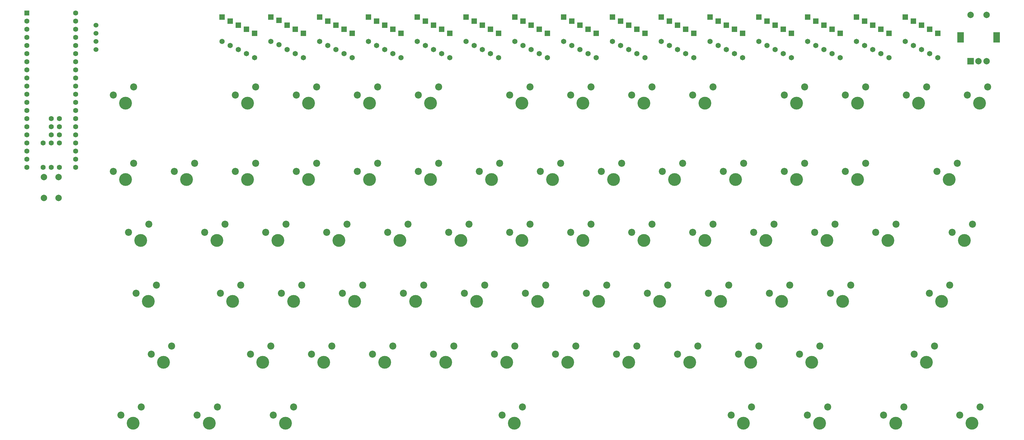
<source format=gbr>
%TF.GenerationSoftware,KiCad,Pcbnew,(5.1.7)-1*%
%TF.CreationDate,2020-12-17T15:48:16-08:00*%
%TF.ProjectId,memers and dreamers - Copy,6d656d65-7273-4206-916e-642064726561,rev?*%
%TF.SameCoordinates,Original*%
%TF.FileFunction,Soldermask,Top*%
%TF.FilePolarity,Negative*%
%FSLAX46Y46*%
G04 Gerber Fmt 4.6, Leading zero omitted, Abs format (unit mm)*
G04 Created by KiCad (PCBNEW (5.1.7)-1) date 2020-12-17 15:48:16*
%MOMM*%
%LPD*%
G01*
G04 APERTURE LIST*
%ADD10C,4.000000*%
%ADD11C,2.200000*%
%ADD12C,2.000000*%
%ADD13C,1.600000*%
%ADD14R,1.600000X1.600000*%
%ADD15C,1.651000*%
%ADD16R,1.651000X1.651000*%
%ADD17R,2.000000X3.200000*%
%ADD18R,2.000000X2.000000*%
%ADD19C,1.524000*%
G04 APERTURE END LIST*
D10*
%TO.C,SW73*%
X241173000Y-162560000D03*
D11*
X237363000Y-160020000D03*
X243713000Y-157480000D03*
%TD*%
D10*
%TO.C,SW75*%
X288798000Y-162560000D03*
D11*
X284988000Y-160020000D03*
X291338000Y-157480000D03*
%TD*%
D10*
%TO.C,SW74*%
X264986000Y-162560000D03*
D11*
X261176000Y-160020000D03*
X267526000Y-157480000D03*
%TD*%
D10*
%TO.C,SW72*%
X217360000Y-162560000D03*
D11*
X213550000Y-160020000D03*
X219900000Y-157480000D03*
%TD*%
D10*
%TO.C,SW57*%
X67310000Y-143510000D03*
D11*
X63500000Y-140970000D03*
X69850000Y-138430000D03*
%TD*%
%TO.C,SW58*%
X88900000Y-138430000D03*
X82550000Y-140970000D03*
D10*
X86360000Y-143510000D03*
%TD*%
D11*
%TO.C,SW59*%
X107950000Y-138430000D03*
X101600000Y-140970000D03*
D10*
X105410000Y-143510000D03*
%TD*%
D11*
%TO.C,SW56*%
X38862000Y-138430000D03*
X32512000Y-140970000D03*
D10*
X36322000Y-143510000D03*
%TD*%
%TO.C,SW66*%
X238760000Y-143510000D03*
D11*
X234950000Y-140970000D03*
X241300000Y-138430000D03*
%TD*%
D10*
%TO.C,SW60*%
X124460000Y-143510000D03*
D11*
X120650000Y-140970000D03*
X127000000Y-138430000D03*
%TD*%
D10*
%TO.C,SW69*%
X50609500Y-162560000D03*
D11*
X46799500Y-160020000D03*
X53149500Y-157480000D03*
%TD*%
%TO.C,SW64*%
X203200000Y-138430000D03*
X196850000Y-140970000D03*
D10*
X200660000Y-143510000D03*
%TD*%
D11*
%TO.C,SW70*%
X76962000Y-157480000D03*
X70612000Y-160020000D03*
D10*
X74422000Y-162560000D03*
%TD*%
D11*
%TO.C,SW68*%
X29337000Y-157480000D03*
X22987000Y-160020000D03*
D10*
X26797000Y-162560000D03*
%TD*%
D11*
%TO.C,SW65*%
X222250000Y-138430000D03*
X215900000Y-140970000D03*
D10*
X219710000Y-143510000D03*
%TD*%
D11*
%TO.C,SW71*%
X148400000Y-157480000D03*
X142050000Y-160020000D03*
D10*
X145860000Y-162560000D03*
%TD*%
%TO.C,SW61*%
X143510000Y-143510000D03*
D11*
X139700000Y-140970000D03*
X146050000Y-138430000D03*
%TD*%
%TO.C,SW67*%
X277050000Y-138430000D03*
X270700000Y-140970000D03*
D10*
X274510000Y-143510000D03*
%TD*%
%TO.C,SW63*%
X181610000Y-143510000D03*
D11*
X177800000Y-140970000D03*
X184150000Y-138430000D03*
%TD*%
%TO.C,SW62*%
X165100000Y-138430000D03*
X158750000Y-140970000D03*
D10*
X162560000Y-143510000D03*
%TD*%
D12*
%TO.C,SW76*%
X-1007500Y-85661500D03*
X3492500Y-85661500D03*
X-1007500Y-92161500D03*
X3492500Y-92161500D03*
%TD*%
D13*
%TO.C,U2*%
X-6350000Y-54610000D03*
X-6350000Y-57150000D03*
X-6350000Y-59690000D03*
X-6350000Y-52070000D03*
X-6350000Y-49530000D03*
X-6350000Y-46990000D03*
X-6350000Y-44450000D03*
X-6350000Y-41910000D03*
X-6350000Y-39370000D03*
X-6350000Y-36830000D03*
D14*
X-6350000Y-34290000D03*
D13*
X-6350000Y-62230000D03*
X-6350000Y-64770000D03*
X-6350000Y-67310000D03*
X-6350000Y-69850000D03*
X-6350000Y-72390000D03*
X-6350000Y-74930000D03*
X-6350000Y-77470000D03*
X-6350000Y-80010000D03*
X-6350000Y-82550000D03*
X-1270000Y-82550000D03*
X1270000Y-82550000D03*
X3810000Y-82550000D03*
X8890000Y-82550000D03*
X8890000Y-80010000D03*
X8890000Y-77470000D03*
X8890000Y-74930000D03*
X8890000Y-72390000D03*
X8890000Y-69850000D03*
X8890000Y-67310000D03*
X8890000Y-64770000D03*
X8890000Y-62230000D03*
X8890000Y-59690000D03*
X8890000Y-57150000D03*
X8890000Y-54610000D03*
X8890000Y-52070000D03*
X8890000Y-49530000D03*
X8890000Y-46990000D03*
X8890000Y-44450000D03*
X8890000Y-41910000D03*
X8890000Y-39370000D03*
X8890000Y-36830000D03*
X8890000Y-34290000D03*
X3810000Y-67310000D03*
X3810000Y-69850000D03*
X3810000Y-72390000D03*
X3810000Y-74930000D03*
X1270000Y-67310000D03*
X1270000Y-69850000D03*
X1270000Y-72390000D03*
X1270000Y-74930000D03*
X-1270000Y-74930000D03*
%TD*%
D11*
%TO.C,SW14*%
X26957000Y-81280000D03*
X20607000Y-83820000D03*
D10*
X24417000Y-86360000D03*
%TD*%
D11*
%TO.C,SW1*%
X26957000Y-57467500D03*
X20607000Y-60007500D03*
D10*
X24417000Y-62547500D03*
%TD*%
D15*
%TO.C,D75*%
X278130000Y-48260000D03*
D16*
X278130000Y-40640000D03*
%TD*%
D15*
%TO.C,D74*%
X262890000Y-48260000D03*
D16*
X262890000Y-40640000D03*
%TD*%
D15*
%TO.C,D73*%
X247650000Y-48260000D03*
D16*
X247650000Y-40640000D03*
%TD*%
D15*
%TO.C,D72*%
X217170000Y-48260000D03*
D16*
X217170000Y-40640000D03*
%TD*%
D15*
%TO.C,D71*%
X156210000Y-48260000D03*
D16*
X156210000Y-40640000D03*
%TD*%
D15*
%TO.C,D70*%
X95250000Y-48260000D03*
D16*
X95250000Y-40640000D03*
%TD*%
D15*
%TO.C,D69*%
X80010000Y-48260000D03*
D16*
X80010000Y-40640000D03*
%TD*%
%TO.C,D68*%
X64770000Y-40640000D03*
D15*
X64770000Y-48260000D03*
%TD*%
%TO.C,D67*%
X260350000Y-46990000D03*
D16*
X260350000Y-39370000D03*
%TD*%
D15*
%TO.C,D66*%
X232410000Y-48260000D03*
D16*
X232410000Y-40640000D03*
%TD*%
D15*
%TO.C,D65*%
X214630000Y-46990000D03*
D16*
X214630000Y-39370000D03*
%TD*%
D15*
%TO.C,D64*%
X201930000Y-48260000D03*
D16*
X201930000Y-40640000D03*
%TD*%
D15*
%TO.C,D63*%
X186690000Y-48260000D03*
D16*
X186690000Y-40640000D03*
%TD*%
D15*
%TO.C,D62*%
X171450000Y-48260000D03*
D16*
X171450000Y-40640000D03*
%TD*%
D15*
%TO.C,D61*%
X153670000Y-46990000D03*
D16*
X153670000Y-39370000D03*
%TD*%
D15*
%TO.C,D60*%
X140970000Y-48260000D03*
D16*
X140970000Y-40640000D03*
%TD*%
D15*
%TO.C,D59*%
X125730000Y-48260000D03*
D16*
X125730000Y-40640000D03*
%TD*%
D15*
%TO.C,D58*%
X110490000Y-48260000D03*
D16*
X110490000Y-40640000D03*
%TD*%
D15*
%TO.C,D57*%
X92710000Y-46990000D03*
D16*
X92710000Y-39370000D03*
%TD*%
D15*
%TO.C,D56*%
X77470000Y-46990000D03*
D16*
X77470000Y-39370000D03*
%TD*%
D15*
%TO.C,D55*%
X275590000Y-46990000D03*
D16*
X275590000Y-39370000D03*
%TD*%
D15*
%TO.C,D54*%
X257810000Y-45720000D03*
D16*
X257810000Y-38100000D03*
%TD*%
D15*
%TO.C,D53*%
X245110000Y-46990000D03*
D16*
X245110000Y-39370000D03*
%TD*%
D15*
%TO.C,D52*%
X229870000Y-46990000D03*
D16*
X229870000Y-39370000D03*
%TD*%
D15*
%TO.C,D51*%
X212090000Y-45720000D03*
D16*
X212090000Y-38100000D03*
%TD*%
D15*
%TO.C,D50*%
X199390000Y-46990000D03*
D16*
X199390000Y-39370000D03*
%TD*%
D15*
%TO.C,D49*%
X184150000Y-46990000D03*
D16*
X184150000Y-39370000D03*
%TD*%
D15*
%TO.C,D48*%
X168910000Y-46990000D03*
D16*
X168910000Y-39370000D03*
%TD*%
D15*
%TO.C,D47*%
X151130000Y-45720000D03*
D16*
X151130000Y-38100000D03*
%TD*%
D15*
%TO.C,D46*%
X138430000Y-46990000D03*
D16*
X138430000Y-39370000D03*
%TD*%
D15*
%TO.C,D45*%
X123190000Y-46990000D03*
D16*
X123190000Y-39370000D03*
%TD*%
D15*
%TO.C,D44*%
X107950000Y-46990000D03*
D16*
X107950000Y-39370000D03*
%TD*%
D15*
%TO.C,D43*%
X74930000Y-45720000D03*
D16*
X74930000Y-38100000D03*
%TD*%
%TO.C,D42*%
X62230000Y-39370000D03*
D15*
X62230000Y-46990000D03*
%TD*%
%TO.C,D41*%
X273050000Y-45720000D03*
D16*
X273050000Y-38100000D03*
%TD*%
D15*
%TO.C,D40*%
X255270000Y-44450000D03*
D16*
X255270000Y-36830000D03*
%TD*%
D15*
%TO.C,D39*%
X242570000Y-45720000D03*
D16*
X242570000Y-38100000D03*
%TD*%
D15*
%TO.C,D38*%
X227330000Y-45720000D03*
D16*
X227330000Y-38100000D03*
%TD*%
D15*
%TO.C,D37*%
X196850000Y-45720000D03*
D16*
X196850000Y-38100000D03*
%TD*%
D15*
%TO.C,D36*%
X194310000Y-44450000D03*
D16*
X194310000Y-36830000D03*
%TD*%
D15*
%TO.C,D35*%
X181610000Y-45720000D03*
D16*
X181610000Y-38100000D03*
%TD*%
D15*
%TO.C,D34*%
X166370000Y-45720000D03*
D16*
X166370000Y-38100000D03*
%TD*%
D15*
%TO.C,D33*%
X135890000Y-45720000D03*
D16*
X135890000Y-38100000D03*
%TD*%
D15*
%TO.C,D32*%
X120650000Y-45720000D03*
D16*
X120650000Y-38100000D03*
%TD*%
D15*
%TO.C,D31*%
X105410000Y-45720000D03*
D16*
X105410000Y-38100000D03*
%TD*%
D15*
%TO.C,D30*%
X90170000Y-45720000D03*
D16*
X90170000Y-38100000D03*
%TD*%
D15*
%TO.C,D29*%
X72390000Y-44196000D03*
D16*
X72390000Y-36576000D03*
%TD*%
%TO.C,D28*%
X59690000Y-38100000D03*
D15*
X59690000Y-45720000D03*
%TD*%
%TO.C,D27*%
X270510000Y-44450000D03*
D16*
X270510000Y-36830000D03*
%TD*%
D15*
%TO.C,D26*%
X240030000Y-44450000D03*
D16*
X240030000Y-36830000D03*
%TD*%
D15*
%TO.C,D25*%
X224790000Y-44450000D03*
D16*
X224790000Y-36830000D03*
%TD*%
D15*
%TO.C,D24*%
X209550000Y-44450000D03*
D16*
X209550000Y-36830000D03*
%TD*%
D15*
%TO.C,D23*%
X191770000Y-43180000D03*
D16*
X191770000Y-35560000D03*
%TD*%
D15*
%TO.C,D22*%
X179070000Y-44450000D03*
D16*
X179070000Y-36830000D03*
%TD*%
D15*
%TO.C,D21*%
X163830000Y-44450000D03*
D16*
X163830000Y-36830000D03*
%TD*%
D15*
%TO.C,D20*%
X148590000Y-44450000D03*
D16*
X148590000Y-36830000D03*
%TD*%
D15*
%TO.C,D19*%
X133350000Y-44450000D03*
D16*
X133350000Y-36830000D03*
%TD*%
D15*
%TO.C,D18*%
X118110000Y-44450000D03*
D16*
X118110000Y-36830000D03*
%TD*%
D15*
%TO.C,D17*%
X102870000Y-44450000D03*
D16*
X102870000Y-36830000D03*
%TD*%
D15*
%TO.C,D16*%
X87630000Y-44450000D03*
D16*
X87630000Y-36830000D03*
%TD*%
D15*
%TO.C,D15*%
X69850000Y-43180000D03*
D16*
X69850000Y-35560000D03*
%TD*%
%TO.C,D14*%
X57150000Y-36830000D03*
D15*
X57150000Y-44450000D03*
%TD*%
%TO.C,D13*%
X267970000Y-43180000D03*
D16*
X267970000Y-35560000D03*
%TD*%
D15*
%TO.C,D12*%
X252730000Y-43180000D03*
D16*
X252730000Y-35560000D03*
%TD*%
D15*
%TO.C,D11*%
X237490000Y-43180000D03*
D16*
X237490000Y-35560000D03*
%TD*%
D15*
%TO.C,D10*%
X222250000Y-43180000D03*
D16*
X222250000Y-35560000D03*
%TD*%
D15*
%TO.C,D9*%
X207010000Y-43180000D03*
D16*
X207010000Y-35560000D03*
%TD*%
D15*
%TO.C,D8*%
X176530000Y-43180000D03*
D16*
X176530000Y-35560000D03*
%TD*%
D15*
%TO.C,D7*%
X161290000Y-43180000D03*
D16*
X161290000Y-35560000D03*
%TD*%
D15*
%TO.C,D6*%
X146050000Y-43180000D03*
D16*
X146050000Y-35560000D03*
%TD*%
D15*
%TO.C,D5*%
X130810000Y-43180000D03*
D16*
X130810000Y-35560000D03*
%TD*%
D15*
%TO.C,D4*%
X115570000Y-43180000D03*
D16*
X115570000Y-35560000D03*
%TD*%
D15*
%TO.C,D3*%
X100330000Y-43180000D03*
D16*
X100330000Y-35560000D03*
%TD*%
D15*
%TO.C,D2*%
X85090000Y-43180000D03*
D16*
X85090000Y-35560000D03*
%TD*%
%TO.C,D1*%
X54610000Y-35560000D03*
D15*
X54610000Y-43180000D03*
%TD*%
D11*
%TO.C,SW2*%
X65057000Y-57467500D03*
X58707000Y-60007500D03*
D10*
X62517000Y-62547500D03*
%TD*%
D11*
%TO.C,SW3*%
X84107000Y-57467500D03*
X77757000Y-60007500D03*
D10*
X81567000Y-62547500D03*
%TD*%
%TO.C,SW4*%
X100617000Y-62547500D03*
D11*
X96807000Y-60007500D03*
X103157000Y-57467500D03*
%TD*%
%TO.C,SW5*%
X122207000Y-57467500D03*
X115857000Y-60007500D03*
D10*
X119667000Y-62547500D03*
%TD*%
%TO.C,SW6*%
X148242000Y-62547500D03*
D11*
X144432000Y-60007500D03*
X150782000Y-57467500D03*
%TD*%
%TO.C,SW7*%
X169832000Y-57467500D03*
X163482000Y-60007500D03*
D10*
X167292000Y-62547500D03*
%TD*%
%TO.C,SW8*%
X186342000Y-62547500D03*
D11*
X182532000Y-60007500D03*
X188882000Y-57467500D03*
%TD*%
D10*
%TO.C,SW9*%
X205392000Y-62547500D03*
D11*
X201582000Y-60007500D03*
X207932000Y-57467500D03*
%TD*%
D10*
%TO.C,SW10*%
X233967000Y-62547500D03*
D11*
X230157000Y-60007500D03*
X236507000Y-57467500D03*
%TD*%
%TO.C,SW11*%
X255557000Y-57467500D03*
X249207000Y-60007500D03*
D10*
X253017000Y-62547500D03*
%TD*%
%TO.C,SW12*%
X272067000Y-62547500D03*
D11*
X268257000Y-60007500D03*
X274607000Y-57467500D03*
%TD*%
%TO.C,SW13*%
X293657000Y-57467500D03*
X287307000Y-60007500D03*
D10*
X291117000Y-62547500D03*
%TD*%
%TO.C,SW15*%
X43467000Y-86360000D03*
D11*
X39657000Y-83820000D03*
X46007000Y-81280000D03*
%TD*%
D10*
%TO.C,SW16*%
X62517000Y-86360000D03*
D11*
X58707000Y-83820000D03*
X65057000Y-81280000D03*
%TD*%
D10*
%TO.C,SW17*%
X81567000Y-86360000D03*
D11*
X77757000Y-83820000D03*
X84107000Y-81280000D03*
%TD*%
%TO.C,SW18*%
X103157000Y-81280000D03*
X96807000Y-83820000D03*
D10*
X100617000Y-86360000D03*
%TD*%
%TO.C,SW19*%
X119667000Y-86360000D03*
D11*
X115857000Y-83820000D03*
X122207000Y-81280000D03*
%TD*%
%TO.C,SW20*%
X141257000Y-81280000D03*
X134907000Y-83820000D03*
D10*
X138717000Y-86360000D03*
%TD*%
D11*
%TO.C,SW21*%
X160307000Y-81280000D03*
X153957000Y-83820000D03*
D10*
X157767000Y-86360000D03*
%TD*%
%TO.C,SW22*%
X176817000Y-86360000D03*
D11*
X173007000Y-83820000D03*
X179357000Y-81280000D03*
%TD*%
D10*
%TO.C,SW23*%
X195867000Y-86360000D03*
D11*
X192057000Y-83820000D03*
X198407000Y-81280000D03*
%TD*%
%TO.C,SW24*%
X217457000Y-81280000D03*
X211107000Y-83820000D03*
D10*
X214917000Y-86360000D03*
%TD*%
D11*
%TO.C,SW25*%
X236507000Y-81280000D03*
X230157000Y-83820000D03*
D10*
X233967000Y-86360000D03*
%TD*%
D11*
%TO.C,SW26*%
X255557000Y-81280000D03*
X249207000Y-83820000D03*
D10*
X253017000Y-86360000D03*
%TD*%
D11*
%TO.C,SW27*%
X284190000Y-81280000D03*
X277840000Y-83820000D03*
D10*
X281650000Y-86360000D03*
%TD*%
D11*
%TO.C,SW28*%
X31719500Y-100330000D03*
X25369500Y-102870000D03*
D10*
X29179500Y-105410000D03*
%TD*%
D11*
%TO.C,SW29*%
X55532000Y-100330000D03*
X49182000Y-102870000D03*
D10*
X52992000Y-105410000D03*
%TD*%
%TO.C,SW30*%
X72042000Y-105410000D03*
D11*
X68232000Y-102870000D03*
X74582000Y-100330000D03*
%TD*%
D10*
%TO.C,SW31*%
X91092000Y-105410000D03*
D11*
X87282000Y-102870000D03*
X93632000Y-100330000D03*
%TD*%
D10*
%TO.C,SW32*%
X110142000Y-105410000D03*
D11*
X106332000Y-102870000D03*
X112682000Y-100330000D03*
%TD*%
D10*
%TO.C,SW33*%
X129192000Y-105410000D03*
D11*
X125382000Y-102870000D03*
X131732000Y-100330000D03*
%TD*%
D10*
%TO.C,SW34*%
X148242000Y-105410000D03*
D11*
X144432000Y-102870000D03*
X150782000Y-100330000D03*
%TD*%
%TO.C,SW35*%
X169832000Y-100330000D03*
X163482000Y-102870000D03*
D10*
X167292000Y-105410000D03*
%TD*%
%TO.C,SW36*%
X186342000Y-105410000D03*
D11*
X182532000Y-102870000D03*
X188882000Y-100330000D03*
%TD*%
D10*
%TO.C,SW37*%
X205392000Y-105410000D03*
D11*
X201582000Y-102870000D03*
X207932000Y-100330000D03*
%TD*%
%TO.C,SW38*%
X226982000Y-100330000D03*
X220632000Y-102870000D03*
D10*
X224442000Y-105410000D03*
%TD*%
D11*
%TO.C,SW39*%
X246032000Y-100330000D03*
X239682000Y-102870000D03*
D10*
X243492000Y-105410000D03*
%TD*%
D11*
%TO.C,SW40*%
X265082000Y-100330000D03*
X258732000Y-102870000D03*
D10*
X262542000Y-105410000D03*
%TD*%
%TO.C,SW41*%
X286415000Y-105413000D03*
D11*
X282605000Y-102873000D03*
X288955000Y-100333000D03*
%TD*%
%TO.C,SW42*%
X34099500Y-119380000D03*
X27749500Y-121920000D03*
D10*
X31559500Y-124460000D03*
%TD*%
%TO.C,SW43*%
X57848500Y-124460000D03*
D11*
X54038500Y-121920000D03*
X60388500Y-119380000D03*
%TD*%
%TO.C,SW44*%
X79438500Y-119380000D03*
X73088500Y-121920000D03*
D10*
X76898500Y-124460000D03*
%TD*%
D11*
%TO.C,SW45*%
X98488500Y-119380000D03*
X92138500Y-121920000D03*
D10*
X95948500Y-124460000D03*
%TD*%
D11*
%TO.C,SW46*%
X117538000Y-119380000D03*
X111188000Y-121920000D03*
D10*
X114998000Y-124460000D03*
%TD*%
D11*
%TO.C,SW47*%
X136588000Y-119380000D03*
X130238000Y-121920000D03*
D10*
X134048000Y-124460000D03*
%TD*%
%TO.C,SW48*%
X153098000Y-124460000D03*
D11*
X149288000Y-121920000D03*
X155638000Y-119380000D03*
%TD*%
D10*
%TO.C,SW49*%
X172148000Y-124460000D03*
D11*
X168338000Y-121920000D03*
X174688000Y-119380000D03*
%TD*%
%TO.C,SW50*%
X193738000Y-119380000D03*
X187388000Y-121920000D03*
D10*
X191198000Y-124460000D03*
%TD*%
D11*
%TO.C,SW51*%
X212788000Y-119380000D03*
X206438000Y-121920000D03*
D10*
X210248000Y-124460000D03*
%TD*%
%TO.C,SW52*%
X229298000Y-124460000D03*
D11*
X225488000Y-121920000D03*
X231838000Y-119380000D03*
%TD*%
D10*
%TO.C,SW53*%
X248348000Y-124460000D03*
D11*
X244538000Y-121920000D03*
X250888000Y-119380000D03*
%TD*%
D10*
%TO.C,SW54*%
X279273000Y-124460000D03*
D11*
X275463000Y-121920000D03*
X281813000Y-119380000D03*
%TD*%
D12*
%TO.C,SW55*%
X293330000Y-34910000D03*
X288330000Y-34910000D03*
D17*
X296430000Y-41910000D03*
X285230000Y-41910000D03*
D12*
X293330000Y-49410000D03*
X290830000Y-49410000D03*
D18*
X288330000Y-49410000D03*
%TD*%
D19*
%TO.C,U1*%
X15240000Y-38100000D03*
X15240000Y-40640000D03*
X15240000Y-43180000D03*
X15240000Y-45720000D03*
%TD*%
M02*

</source>
